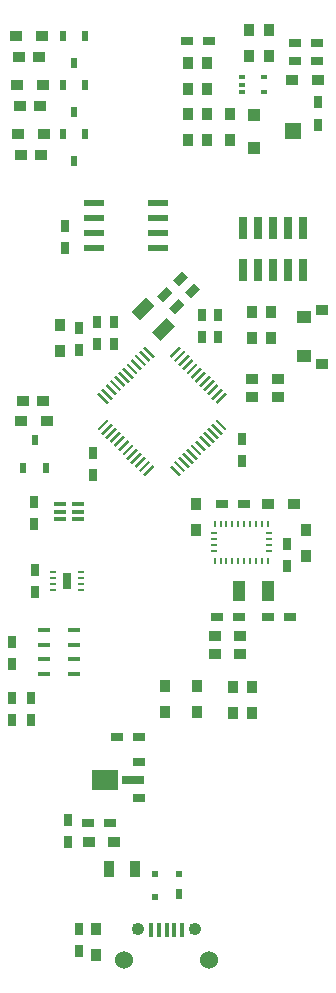
<source format=gbr>
G04 #@! TF.FileFunction,Paste,Top*
%FSLAX46Y46*%
G04 Gerber Fmt 4.6, Leading zero omitted, Abs format (unit mm)*
G04 Created by KiCad (PCBNEW 4.0.7-e2-6376~58~ubuntu16.04.1) date Thu Dec 28 12:17:49 2017*
%MOMM*%
%LPD*%
G01*
G04 APERTURE LIST*
%ADD10C,0.100000*%
%ADD11R,1.080000X0.810000*%
%ADD12R,1.080000X0.315000*%
%ADD13R,0.675000X1.080000*%
%ADD14R,1.080000X0.675000*%
%ADD15R,0.810000X1.080000*%
%ADD16R,1.170000X1.035000*%
%ADD17R,0.225000X0.607500*%
%ADD18R,0.517500X0.225000*%
%ADD19R,0.990000X1.710000*%
%ADD20R,0.675000X1.890000*%
%ADD21R,0.990000X0.900000*%
%ADD22R,0.585000X0.945000*%
%ADD23R,0.630000X0.900000*%
%ADD24R,0.630000X0.540000*%
%ADD25R,1.080000X0.720000*%
%ADD26R,1.980000X0.720000*%
%ADD27R,2.250000X1.800000*%
%ADD28R,0.900000X1.350000*%
%ADD29R,1.080000X1.080000*%
%ADD30R,1.350000X1.440000*%
%ADD31R,0.630000X0.360000*%
%ADD32R,0.990000X0.450000*%
%ADD33R,0.360000X1.215000*%
%ADD34C,1.080000*%
%ADD35C,1.530000*%
%ADD36R,0.495000X0.225000*%
%ADD37R,0.800000X1.430000*%
%ADD38R,1.800000X0.540000*%
G04 APERTURE END LIST*
D10*
D11*
X6469200Y-15678455D03*
X8669200Y-15678455D03*
D12*
X5555400Y11669000D03*
X5555400Y12319000D03*
X5555400Y12969000D03*
X4055400Y12969000D03*
X4055400Y12319000D03*
X4055400Y11669000D03*
D13*
X19494500Y18476000D03*
X19494500Y16576000D03*
D10*
G36*
X14416640Y32673937D02*
X14893937Y32196640D01*
X14130262Y31432965D01*
X13652965Y31910262D01*
X14416640Y32673937D01*
X14416640Y32673937D01*
G37*
G36*
X13073138Y31330435D02*
X13550435Y30853138D01*
X12786760Y30089463D01*
X12309463Y30566760D01*
X13073138Y31330435D01*
X13073138Y31330435D01*
G37*
G36*
X15432640Y31657937D02*
X15909937Y31180640D01*
X15146262Y30416965D01*
X14668965Y30894262D01*
X15432640Y31657937D01*
X15432640Y31657937D01*
G37*
G36*
X14089138Y30314435D02*
X14566435Y29837138D01*
X13802760Y29073463D01*
X13325463Y29550760D01*
X14089138Y30314435D01*
X14089138Y30314435D01*
G37*
D13*
X16040100Y27104300D03*
X16040100Y29004300D03*
X5651500Y25971500D03*
X5651500Y27871500D03*
X17437100Y27104300D03*
X17437100Y29004300D03*
X8636000Y26482000D03*
X8636000Y28382000D03*
X6858000Y17333000D03*
X6858000Y15433000D03*
X7175500Y26482000D03*
X7175500Y28382000D03*
X1841500Y11242000D03*
X1841500Y13142000D03*
X0Y1331000D03*
X0Y-569000D03*
X-7337Y-3421275D03*
X-7337Y-5321275D03*
X1580163Y-3423775D03*
X1580163Y-5323775D03*
D14*
X21636682Y3416680D03*
X23536682Y3416680D03*
D13*
X23293679Y9609817D03*
X23293679Y7709817D03*
D14*
X19218682Y3416680D03*
X17318682Y3416680D03*
X17771679Y12977817D03*
X19671679Y12977817D03*
D13*
X1905000Y7427000D03*
X1905000Y5527000D03*
D15*
X20320000Y27030500D03*
X20320000Y29230500D03*
X21907500Y27030500D03*
X21907500Y29230500D03*
D16*
X24713600Y28815800D03*
X24713600Y25465800D03*
D11*
X26263600Y24840800D03*
X26263600Y29440800D03*
D10*
G36*
X11075422Y26182566D02*
X11234521Y26341665D01*
X12061836Y25514350D01*
X11902737Y25355251D01*
X11075422Y26182566D01*
X11075422Y26182566D01*
G37*
G36*
X10721869Y25829013D02*
X10880968Y25988112D01*
X11708283Y25160797D01*
X11549184Y25001698D01*
X10721869Y25829013D01*
X10721869Y25829013D01*
G37*
G36*
X10368315Y25475459D02*
X10527414Y25634558D01*
X11354729Y24807243D01*
X11195630Y24648144D01*
X10368315Y25475459D01*
X10368315Y25475459D01*
G37*
G36*
X10014762Y25121906D02*
X10173861Y25281005D01*
X11001176Y24453690D01*
X10842077Y24294591D01*
X10014762Y25121906D01*
X10014762Y25121906D01*
G37*
G36*
X9661209Y24768353D02*
X9820308Y24927452D01*
X10647623Y24100137D01*
X10488524Y23941038D01*
X9661209Y24768353D01*
X9661209Y24768353D01*
G37*
G36*
X9307655Y24414799D02*
X9466754Y24573898D01*
X10294069Y23746583D01*
X10134970Y23587484D01*
X9307655Y24414799D01*
X9307655Y24414799D01*
G37*
G36*
X8954102Y24061246D02*
X9113201Y24220345D01*
X9940516Y23393030D01*
X9781417Y23233931D01*
X8954102Y24061246D01*
X8954102Y24061246D01*
G37*
G36*
X8600548Y23707692D02*
X8759647Y23866791D01*
X9586962Y23039476D01*
X9427863Y22880377D01*
X8600548Y23707692D01*
X8600548Y23707692D01*
G37*
G36*
X8246995Y23354139D02*
X8406094Y23513238D01*
X9233409Y22685923D01*
X9074310Y22526824D01*
X8246995Y23354139D01*
X8246995Y23354139D01*
G37*
G36*
X7893442Y23000586D02*
X8052541Y23159685D01*
X8879856Y22332370D01*
X8720757Y22173271D01*
X7893442Y23000586D01*
X7893442Y23000586D01*
G37*
G36*
X7539888Y22647032D02*
X7698987Y22806131D01*
X8526302Y21978816D01*
X8367203Y21819717D01*
X7539888Y22647032D01*
X7539888Y22647032D01*
G37*
G36*
X7186335Y22293479D02*
X7345434Y22452578D01*
X8172749Y21625263D01*
X8013650Y21466164D01*
X7186335Y22293479D01*
X7186335Y22293479D01*
G37*
G36*
X7345434Y19203422D02*
X7186335Y19362521D01*
X8013650Y20189836D01*
X8172749Y20030737D01*
X7345434Y19203422D01*
X7345434Y19203422D01*
G37*
G36*
X7698987Y18849869D02*
X7539888Y19008968D01*
X8367203Y19836283D01*
X8526302Y19677184D01*
X7698987Y18849869D01*
X7698987Y18849869D01*
G37*
G36*
X8052541Y18496315D02*
X7893442Y18655414D01*
X8720757Y19482729D01*
X8879856Y19323630D01*
X8052541Y18496315D01*
X8052541Y18496315D01*
G37*
G36*
X8406094Y18142762D02*
X8246995Y18301861D01*
X9074310Y19129176D01*
X9233409Y18970077D01*
X8406094Y18142762D01*
X8406094Y18142762D01*
G37*
G36*
X8759647Y17789209D02*
X8600548Y17948308D01*
X9427863Y18775623D01*
X9586962Y18616524D01*
X8759647Y17789209D01*
X8759647Y17789209D01*
G37*
G36*
X9113201Y17435655D02*
X8954102Y17594754D01*
X9781417Y18422069D01*
X9940516Y18262970D01*
X9113201Y17435655D01*
X9113201Y17435655D01*
G37*
G36*
X9466754Y17082102D02*
X9307655Y17241201D01*
X10134970Y18068516D01*
X10294069Y17909417D01*
X9466754Y17082102D01*
X9466754Y17082102D01*
G37*
G36*
X9820308Y16728548D02*
X9661209Y16887647D01*
X10488524Y17714962D01*
X10647623Y17555863D01*
X9820308Y16728548D01*
X9820308Y16728548D01*
G37*
G36*
X10173861Y16374995D02*
X10014762Y16534094D01*
X10842077Y17361409D01*
X11001176Y17202310D01*
X10173861Y16374995D01*
X10173861Y16374995D01*
G37*
G36*
X10527414Y16021442D02*
X10368315Y16180541D01*
X11195630Y17007856D01*
X11354729Y16848757D01*
X10527414Y16021442D01*
X10527414Y16021442D01*
G37*
G36*
X10880968Y15667888D02*
X10721869Y15826987D01*
X11549184Y16654302D01*
X11708283Y16495203D01*
X10880968Y15667888D01*
X10880968Y15667888D01*
G37*
G36*
X11234521Y15314335D02*
X11075422Y15473434D01*
X11902737Y16300749D01*
X12061836Y16141650D01*
X11234521Y15314335D01*
X11234521Y15314335D01*
G37*
G36*
X13338164Y16141650D02*
X13497263Y16300749D01*
X14324578Y15473434D01*
X14165479Y15314335D01*
X13338164Y16141650D01*
X13338164Y16141650D01*
G37*
G36*
X13691717Y16495203D02*
X13850816Y16654302D01*
X14678131Y15826987D01*
X14519032Y15667888D01*
X13691717Y16495203D01*
X13691717Y16495203D01*
G37*
G36*
X14045271Y16848757D02*
X14204370Y17007856D01*
X15031685Y16180541D01*
X14872586Y16021442D01*
X14045271Y16848757D01*
X14045271Y16848757D01*
G37*
G36*
X14398824Y17202310D02*
X14557923Y17361409D01*
X15385238Y16534094D01*
X15226139Y16374995D01*
X14398824Y17202310D01*
X14398824Y17202310D01*
G37*
G36*
X14752377Y17555863D02*
X14911476Y17714962D01*
X15738791Y16887647D01*
X15579692Y16728548D01*
X14752377Y17555863D01*
X14752377Y17555863D01*
G37*
G36*
X15105931Y17909417D02*
X15265030Y18068516D01*
X16092345Y17241201D01*
X15933246Y17082102D01*
X15105931Y17909417D01*
X15105931Y17909417D01*
G37*
G36*
X15459484Y18262970D02*
X15618583Y18422069D01*
X16445898Y17594754D01*
X16286799Y17435655D01*
X15459484Y18262970D01*
X15459484Y18262970D01*
G37*
G36*
X15813038Y18616524D02*
X15972137Y18775623D01*
X16799452Y17948308D01*
X16640353Y17789209D01*
X15813038Y18616524D01*
X15813038Y18616524D01*
G37*
G36*
X16166591Y18970077D02*
X16325690Y19129176D01*
X17153005Y18301861D01*
X16993906Y18142762D01*
X16166591Y18970077D01*
X16166591Y18970077D01*
G37*
G36*
X16520144Y19323630D02*
X16679243Y19482729D01*
X17506558Y18655414D01*
X17347459Y18496315D01*
X16520144Y19323630D01*
X16520144Y19323630D01*
G37*
G36*
X16873698Y19677184D02*
X17032797Y19836283D01*
X17860112Y19008968D01*
X17701013Y18849869D01*
X16873698Y19677184D01*
X16873698Y19677184D01*
G37*
G36*
X17227251Y20030737D02*
X17386350Y20189836D01*
X18213665Y19362521D01*
X18054566Y19203422D01*
X17227251Y20030737D01*
X17227251Y20030737D01*
G37*
G36*
X17386350Y21466164D02*
X17227251Y21625263D01*
X18054566Y22452578D01*
X18213665Y22293479D01*
X17386350Y21466164D01*
X17386350Y21466164D01*
G37*
G36*
X17032797Y21819717D02*
X16873698Y21978816D01*
X17701013Y22806131D01*
X17860112Y22647032D01*
X17032797Y21819717D01*
X17032797Y21819717D01*
G37*
G36*
X16679243Y22173271D02*
X16520144Y22332370D01*
X17347459Y23159685D01*
X17506558Y23000586D01*
X16679243Y22173271D01*
X16679243Y22173271D01*
G37*
G36*
X16325690Y22526824D02*
X16166591Y22685923D01*
X16993906Y23513238D01*
X17153005Y23354139D01*
X16325690Y22526824D01*
X16325690Y22526824D01*
G37*
G36*
X15972137Y22880377D02*
X15813038Y23039476D01*
X16640353Y23866791D01*
X16799452Y23707692D01*
X15972137Y22880377D01*
X15972137Y22880377D01*
G37*
G36*
X15618583Y23233931D02*
X15459484Y23393030D01*
X16286799Y24220345D01*
X16445898Y24061246D01*
X15618583Y23233931D01*
X15618583Y23233931D01*
G37*
G36*
X15265030Y23587484D02*
X15105931Y23746583D01*
X15933246Y24573898D01*
X16092345Y24414799D01*
X15265030Y23587484D01*
X15265030Y23587484D01*
G37*
G36*
X14911476Y23941038D02*
X14752377Y24100137D01*
X15579692Y24927452D01*
X15738791Y24768353D01*
X14911476Y23941038D01*
X14911476Y23941038D01*
G37*
G36*
X14557923Y24294591D02*
X14398824Y24453690D01*
X15226139Y25281005D01*
X15385238Y25121906D01*
X14557923Y24294591D01*
X14557923Y24294591D01*
G37*
G36*
X14204370Y24648144D02*
X14045271Y24807243D01*
X14872586Y25634558D01*
X15031685Y25475459D01*
X14204370Y24648144D01*
X14204370Y24648144D01*
G37*
G36*
X13850816Y25001698D02*
X13691717Y25160797D01*
X14519032Y25988112D01*
X14678131Y25829013D01*
X13850816Y25001698D01*
X13850816Y25001698D01*
G37*
G36*
X13497263Y25355251D02*
X13338164Y25514350D01*
X14165479Y26341665D01*
X14324578Y26182566D01*
X13497263Y25355251D01*
X13497263Y25355251D01*
G37*
D17*
X21649682Y8165680D03*
X21149682Y8165680D03*
X20649682Y8165680D03*
X20149682Y8165680D03*
X19649682Y8165680D03*
X19149682Y8165680D03*
X18649682Y8165680D03*
X18149682Y8165680D03*
X17649682Y8165680D03*
X17149682Y8165680D03*
X21649682Y11290680D03*
X21149682Y11290680D03*
X20649682Y11290680D03*
X20149682Y11290680D03*
X19649682Y11290680D03*
X19149682Y11290680D03*
X18649682Y11290680D03*
X18149682Y11290680D03*
X17649682Y11290680D03*
X17149682Y11290680D03*
D18*
X21712182Y8978180D03*
X21712182Y9478180D03*
X21712182Y9978180D03*
X21712182Y10478180D03*
X17087182Y8978180D03*
X17087182Y9478180D03*
X17087182Y9978180D03*
X17087182Y10478180D03*
D10*
G36*
X10099523Y29267825D02*
X11308675Y30476977D01*
X12008711Y29776941D01*
X10799559Y28567789D01*
X10099523Y29267825D01*
X10099523Y29267825D01*
G37*
G36*
X11867289Y27500059D02*
X13076441Y28709211D01*
X13776477Y28009175D01*
X12567325Y26800023D01*
X11867289Y27500059D01*
X11867289Y27500059D01*
G37*
D19*
X21677682Y5575680D03*
X19177682Y5575680D03*
D20*
X24638000Y32766000D03*
X24638000Y36366000D03*
X23368000Y32766000D03*
X23368000Y36366000D03*
X22098000Y32766000D03*
X22098000Y36366000D03*
X20828000Y32766000D03*
X20828000Y36366000D03*
X19558000Y32766000D03*
X19558000Y36366000D03*
D21*
X2424800Y42494200D03*
X724800Y42494200D03*
X2385800Y46672500D03*
X685800Y46672500D03*
X2246100Y50812700D03*
X546100Y50812700D03*
D22*
X6207800Y44279200D03*
X4307800Y44279200D03*
X5257800Y41979200D03*
X6207800Y48464500D03*
X4307800Y48464500D03*
X5257800Y46164500D03*
X6195100Y52597700D03*
X4295100Y52597700D03*
X5245100Y50297700D03*
D15*
X12954000Y-4656000D03*
X12954000Y-2456000D03*
X15621000Y-4656000D03*
X15621000Y-2456000D03*
D13*
X4699000Y-15669300D03*
X4699000Y-13769300D03*
X5651500Y-23002200D03*
X5651500Y-24902200D03*
D14*
X8320749Y-14040155D03*
X6420749Y-14040155D03*
X10741700Y-6794500D03*
X8841700Y-6794500D03*
D23*
X14106400Y-20066700D03*
D24*
X14106400Y-18366700D03*
X12106400Y-18366700D03*
X12106400Y-20266700D03*
D11*
X20337600Y22072600D03*
X22537600Y22072600D03*
X22537600Y23596600D03*
X20337600Y23596600D03*
D15*
X7137400Y-23004600D03*
X7137400Y-25204600D03*
D25*
X10756900Y-11899900D03*
D26*
X10256900Y-10399900D03*
D25*
X10756900Y-8899900D03*
D27*
X7906900Y-10399900D03*
D14*
X25842000Y52006500D03*
X23942000Y52006500D03*
X14798000Y52133500D03*
X16698000Y52133500D03*
X23942000Y50482500D03*
X25842000Y50482500D03*
D13*
X25908000Y45087500D03*
X25908000Y46987500D03*
D28*
X8234500Y-17970500D03*
X10434500Y-17970500D03*
D15*
X14859000Y45994500D03*
X14859000Y43794500D03*
X16510000Y45994500D03*
X16510000Y43794500D03*
X21717000Y50906500D03*
X21717000Y53106500D03*
X20066000Y53106500D03*
X20066000Y50906500D03*
D11*
X23665000Y48831500D03*
X25865000Y48831500D03*
D15*
X14859000Y48112500D03*
X14859000Y50312500D03*
X16510000Y50312500D03*
X16510000Y48112500D03*
X18415000Y43794500D03*
X18415000Y45994500D03*
D29*
X20499000Y45935500D03*
X20499000Y43135500D03*
D30*
X23749000Y44535500D03*
D11*
X474800Y44272200D03*
X2674800Y44272200D03*
X435800Y48450500D03*
X2635800Y48450500D03*
X296100Y52590700D03*
X2496100Y52590700D03*
D31*
X19431000Y49115500D03*
X19431000Y48465500D03*
X19431000Y47815500D03*
X21331000Y47815500D03*
X21331000Y49115500D03*
D32*
X2742500Y2309500D03*
X2742500Y1059500D03*
X2742500Y-190500D03*
X2742500Y-1440500D03*
X5242500Y-1440500D03*
X5242500Y-190500D03*
X5242500Y1059500D03*
X5242500Y2309500D03*
D33*
X11781000Y-23086400D03*
X12431000Y-23086400D03*
X13081000Y-23086400D03*
X13731000Y-23086400D03*
X14381000Y-23086400D03*
D34*
X10656000Y-23011400D03*
X15506000Y-23011400D03*
D35*
X9456000Y-25661400D03*
X16706000Y-25661400D03*
D21*
X953400Y21691600D03*
X2653400Y21691600D03*
D22*
X957116Y16057068D03*
X2857116Y16057068D03*
X1907116Y18357068D03*
D11*
X2979600Y20040600D03*
X779600Y20040600D03*
D15*
X15546679Y10734817D03*
X15546679Y12934817D03*
D11*
X21685679Y12977817D03*
X23885679Y12977817D03*
D15*
X24892000Y10752000D03*
X24892000Y8552000D03*
D11*
X17137200Y254000D03*
X19337200Y254000D03*
X17137200Y1828800D03*
X19337200Y1828800D03*
D15*
X18694400Y-4706800D03*
X18694400Y-2506800D03*
X20320000Y-4706800D03*
X20320000Y-2506800D03*
X4064000Y25958800D03*
X4064000Y28158800D03*
D36*
X5813000Y5715000D03*
X5813000Y6215000D03*
X5813000Y6715000D03*
X5813000Y7215000D03*
X3463000Y7215000D03*
X3463000Y6715000D03*
X3463000Y6215000D03*
X3463000Y5715000D03*
D37*
X4638000Y6465000D03*
D13*
X4445000Y36510000D03*
X4445000Y34610000D03*
D38*
X12352000Y38417500D03*
X12352000Y37147500D03*
X12352000Y35877500D03*
X12352000Y34607500D03*
X6952000Y34607500D03*
X6952000Y35877500D03*
X6952000Y37147500D03*
X6952000Y38417500D03*
M02*

</source>
